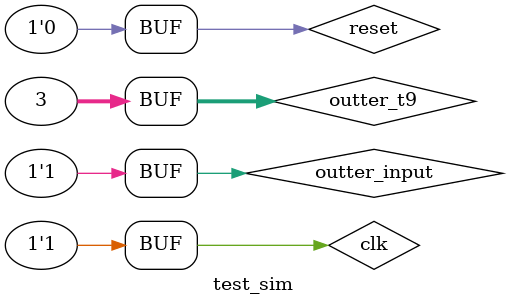
<source format=v>
`timescale 1ns/1ps

module test_sim ();
    reg clk;
    reg reset;
    wire ram_wen_w;
    wire [31:0] ram_adr_i_w;
    wire [31:0] ram_dat_i_w;
    wire [31:0] ram_dat_o_w;
    wire [31:0] imem_instr;
    wire [31:0] imem_addr;
    wire [31:0] ram_reg_o;
    wire [31:0] ram_reg_o2;
    wire outter_input = 1'b1;
    wire [31:0] outter_t9 = 32'b00000000000000000000000000000011;

    cpu u_cpu(
        .clk(clk),
        .reset(reset),
        .ram_wen_w(ram_wen_w),
        .ram_adr_i_w(ram_adr_i_w),
        .ram_dat_i_w(ram_dat_i_w),
        .ram_dat_o_w(ram_dat_o_w),
        .imem_instr(imem_instr),
        .imem_addr(imem_addr),
        .ram_reg_o(ram_reg_o),
        .ram_reg_o2(ram_reg_o2),
        .outter_input(outter_input),
        .outter_t9(outter_t9)
        );

    dmem u_dmem(
        .addr(ram_adr_i_w[13:2]),
        .we(ram_wen_w),
        .din(ram_dat_i_w),
        .clk(clk),
        .dout(ram_dat_o_w)
    );

    imem u_imem(
        .addr(imem_addr[15:2]),
        .imem_o(imem_instr)
    );

    initial begin
        clk = 1'b0;
        reset = 1'b1;
        #1 clk <= ~clk;
        #1 clk <= ~clk;
        reset = 1'b0;
        #1 clk <= ~clk;
        #1 clk <= ~clk;
        #1 clk <= ~clk;
        #1 clk <= ~clk;
        #1 clk <= ~clk;
        #1 clk <= ~clk;
        #1 clk <= ~clk;
        #1 clk <= ~clk;
        #1 clk <= ~clk;
        #1 clk <= ~clk;
        #1 clk <= ~clk;
        #1 clk <= ~clk;
        #1 clk <= ~clk;
        #1 clk <= ~clk;
        #1 clk <= ~clk;
        #1 clk <= ~clk;
        #1 clk <= ~clk;
        #1 clk <= ~clk;
        #1 clk <= ~clk;
        #1 clk <= ~clk;
        #1 clk <= ~clk;
        #1 clk <= ~clk;
        #1 clk <= ~clk;
        #1 clk <= ~clk;
        #1 clk <= ~clk;
        #1 clk <= ~clk;
        #1 clk <= ~clk;
        #1 clk <= ~clk;
        #1 clk <= ~clk;
        #1 clk <= ~clk;
        #1 clk <= ~clk;
        #1 clk <= ~clk;
        #1 clk <= ~clk;
        #1 clk <= ~clk;
        #1 clk <= ~clk;
        #1 clk <= ~clk;
        #1 clk <= ~clk;
        #1 clk <= ~clk;
        #1 clk <= ~clk;
        #1 clk <= ~clk;
        #1 clk <= ~clk;
        #1 clk <= ~clk;
        #1 clk <= ~clk;
        #1 clk <= ~clk;
        #1 clk <= ~clk;
        #1 clk <= ~clk;
        #1 clk <= ~clk;
        #1 clk <= ~clk;
        #1 clk <= ~clk;
        #1 clk <= ~clk;
        #1 clk <= ~clk;
        #1 clk <= ~clk;
        #1 clk <= ~clk;
        #1 clk <= ~clk;
        #1 clk <= ~clk;
        #1 clk <= ~clk;
        #1 clk <= ~clk;
        #1 clk <= ~clk;
        #1 clk <= ~clk;
        #1 clk <= ~clk;
        #1 clk <= ~clk;
        #1 clk <= ~clk;
        #1 clk <= ~clk;
        #1 clk <= ~clk;
        #1 clk <= ~clk;
        #1 clk <= ~clk;
        #1 clk <= ~clk;
        #1 clk <= ~clk;
        #1 clk <= ~clk;
        #1 clk <= ~clk;
        #1 clk <= ~clk;
        #1 clk <= ~clk;
        #1 clk <= ~clk;
        #1 clk <= ~clk;
        #1 clk <= ~clk;
        #1 clk <= ~clk;
        #1 clk <= ~clk;
        #1 clk <= ~clk;
        #1 clk <= ~clk;
        #1 clk <= ~clk;
        #1 clk <= ~clk;
        #1 clk <= ~clk;
        #1 clk <= ~clk;
        #1 clk <= ~clk;
        #1 clk <= ~clk;
        #1 clk <= ~clk;
        #1 clk <= ~clk;
        #1 clk <= ~clk;
        #1 clk <= ~clk;
        #1 clk <= ~clk;
        #1 clk <= ~clk;
        #1 clk <= ~clk;
        #1 clk <= ~clk;
        #1 clk <= ~clk;
        #1 clk <= ~clk;
        #1 clk <= ~clk;
        #1 clk <= ~clk;
        #1 clk <= ~clk;
        #1 clk <= ~clk;
        #1 clk <= ~clk;
        #1 clk <= ~clk;
        #1 clk <= ~clk;
        #1 clk <= ~clk;
        #1 clk <= ~clk;
        #1 clk <= ~clk;
        #1 clk <= ~clk;
        #1 clk <= ~clk;
        #1 clk <= ~clk;
        #1 clk <= ~clk;
        #1 clk <= ~clk;
        #1 clk <= ~clk;
        #1 clk <= ~clk;
        #1 clk <= ~clk;
        #1 clk <= ~clk;
        #1 clk <= ~clk;
        #1 clk <= ~clk;
        #1 clk <= ~clk;
        #1 clk <= ~clk;
        #1 clk <= ~clk;
        #1 clk <= ~clk;
        #1 clk <= ~clk;
        #1 clk <= ~clk;
        #1 clk <= ~clk;
        #1 clk <= ~clk;
        #1 clk <= ~clk;
        #1 clk <= ~clk;
        #1 clk <= ~clk;
        #1 clk <= ~clk;
        #1 clk <= ~clk;
        #1 clk <= ~clk;
        #1 clk <= ~clk;
        #1 clk <= ~clk;
        #1 clk <= ~clk;
        #1 clk <= ~clk;
        #1 clk <= ~clk;
        #1 clk <= ~clk;
        #1 clk <= ~clk;
        #1 clk <= ~clk;
        #1 clk <= ~clk;
        #1 clk <= ~clk;
        #1 clk <= ~clk;
        #1 clk <= ~clk;
        #1 clk <= ~clk;
        #1 clk <= ~clk;
        #1 clk <= ~clk;
        #1 clk <= ~clk;
        #1 clk <= ~clk;
        #1 clk <= ~clk;
        #1 clk <= ~clk;
        #1 clk <= ~clk;
        #1 clk <= ~clk;
        #1 clk <= ~clk;
        #1 clk <= ~clk;
        #1 clk <= ~clk;
        #1 clk <= ~clk;
        #1 clk <= ~clk;
        #1 clk <= ~clk;
        #1 clk <= ~clk;
        #1 clk <= ~clk;
        #1 clk <= ~clk;
        #1 clk <= ~clk;
        #1 clk <= ~clk;
        #1 clk <= ~clk;
        #1 clk <= ~clk;
        #1 clk <= ~clk;
        #1 clk <= ~clk;
        #1 clk <= ~clk;
        #1 clk <= ~clk;
        #1 clk <= ~clk;
        #1 clk <= ~clk;
        #1 clk <= ~clk;
        #1 clk <= ~clk;
        #1 clk <= ~clk;
        #1 clk <= ~clk;
        #1 clk <= ~clk;
        #1 clk <= ~clk;
        #1 clk <= ~clk;
        #1 clk <= ~clk;
        #1 clk <= ~clk;
        #1 clk <= ~clk;
        #1 clk <= ~clk;
        #1 clk <= ~clk;
        #1 clk <= ~clk;
        #1 clk <= ~clk;
        #1 clk <= ~clk;
        #1 clk <= ~clk;
        #1 clk <= ~clk;
    end

    initial
        begin
            $dumpfile("test_sim.vcd");
            $dumpvars(0,test_sim);
        end
    
endmodule
</source>
